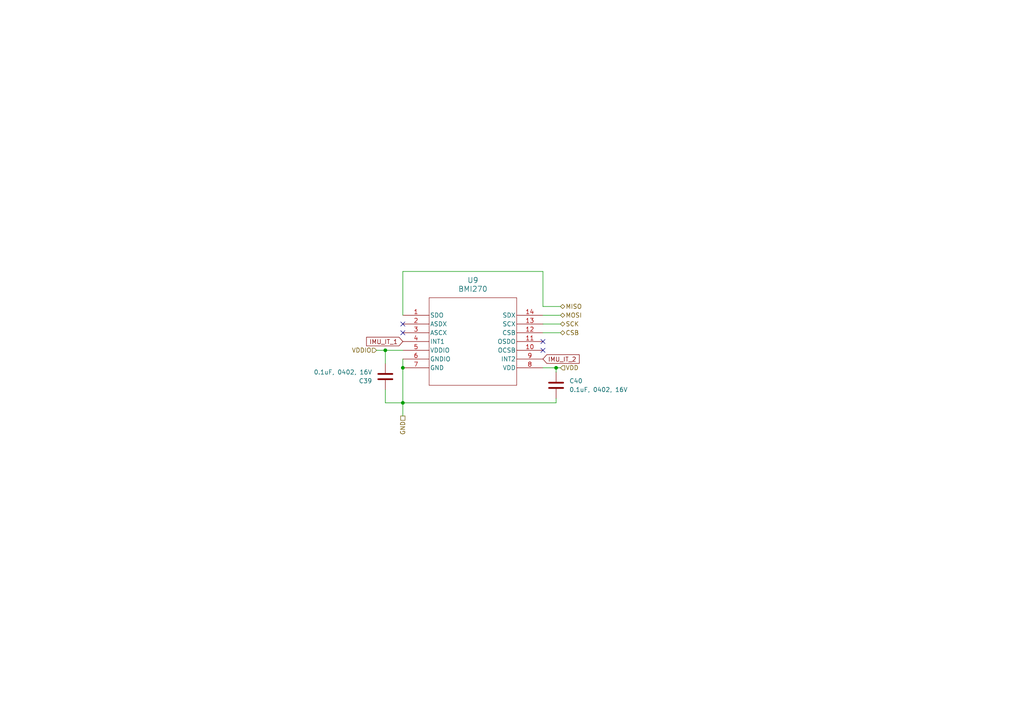
<source format=kicad_sch>
(kicad_sch (version 20250114) (generator "eeschema") (generator_version "9.0")
  (paper "A4")
  (lib_symbols
    (symbol "BMI270:BMI270" (pin_names (offset 0.254))
      (property "Reference" "U" (at 20.32 10.16 0))
      (property "Value" "BMI270" (at 20.32 7.62 0))
      (symbol "BMI270_0_1"
        (polyline (pts (xy 7.62 5.08) (xy 7.62 -20.32)) (stroke (width 0.127)))
        (polyline (pts (xy 7.62 -20.32) (xy 33.02 -20.32)) (stroke (width 0.127)))
        (polyline (pts (xy 33.02 5.08) (xy 7.62 5.08)) (stroke (width 0.127)))
        (polyline (pts (xy 33.02 -20.32) (xy 33.02 5.08)) (stroke (width 0.127)))
        (pin bidirectional line (at 0 0 0) (length 7.62) (name "SDO") (number "1"))
        (pin bidirectional line (at 0 -2.54 0) (length 7.62) (name "ASDX") (number "2"))
        (pin bidirectional line (at 0 -5.08 0) (length 7.62) (name "ASCX") (number "3"))
        (pin bidirectional line (at 0 -7.62 0) (length 7.62) (name "INT1") (number "4"))
        (pin power_in line (at 0 -10.16 0) (length 7.62) (name "VDDIO") (number "5"))
        (pin power_out line (at 0 -12.7 0) (length 7.62) (name "GNDIO") (number "6"))
        (pin power_out line (at 0 -15.24 0) (length 7.62) (name "GND") (number "7"))
        (pin bidirectional line (at 40.64 0 180) (length 7.62) (name "SDX") (number "14"))
        (pin input line (at 40.64 -2.54 180) (length 7.62) (name "SCX") (number "13"))
        (pin input line (at 40.64 -5.08 180) (length 7.62) (name "CSB") (number "12"))
        (pin output line (at 40.64 -7.62 180) (length 7.62) (name "OSDO") (number "11"))
        (pin input line (at 40.64 -10.16 180) (length 7.62) (name "OCSB") (number "10"))
        (pin bidirectional line (at 40.64 -12.7 180) (length 7.62) (name "INT2") (number "9"))
        (pin power_in line (at 40.64 -15.24 180) (length 7.62) (name "VDD") (number "8"))
      )
    )
    (symbol "Device:C" (pin_numbers (hide yes)) (pin_names (offset 0.254))
      (property "Reference" "C" (at 0.635 2.54 0))
      (property "Value" "C" (at 0.635 -2.54 0))
      (symbol "C_0_1"
        (polyline (pts (xy -2.032 0.762) (xy 2.032 0.762)) (stroke (width 0.508)))
        (polyline (pts (xy -2.032 -0.762) (xy 2.032 -0.762)) (stroke (width 0.508)))
      )
      (symbol "C_1_1"
        (pin passive line (at 0 3.81 270) (length 2.794) (name "~") (number "1"))
        (pin passive line (at 0 -3.81 90) (length 2.794) (name "~") (number "2"))
      )
    )
  )
  (junction (at 116.84 106.68))
  (junction (at 116.84 116.84))
  (junction (at 161.29 106.68))
  (junction (at 111.76 101.6))
  (no_connect (at 116.84 93.98))
  (no_connect (at 116.84 96.52))
  (no_connect (at 157.48 99.06))
  (no_connect (at 157.48 101.6))
  (wire (pts (xy 157.48 88.9) (xy 162.56 88.9)))
  (wire (pts (xy 116.84 116.84) (xy 161.29 116.84)))
  (wire (pts (xy 157.48 93.98) (xy 162.56 93.98)))
  (wire (pts (xy 161.29 106.68) (xy 157.48 106.68)))
  (wire (pts (xy 116.84 78.74) (xy 116.84 91.44)))
  (wire (pts (xy 111.76 101.6) (xy 111.76 105.41)))
  (wire (pts (xy 162.56 96.52) (xy 157.48 96.52)))
  (wire (pts (xy 111.76 116.84) (xy 111.76 113.03)))
  (wire (pts (xy 116.84 106.68) (xy 116.84 116.84)))
  (wire (pts (xy 157.48 78.74) (xy 157.48 88.9)))
  (wire (pts (xy 109.22 101.6) (xy 111.76 101.6)))
  (wire (pts (xy 161.29 106.68) (xy 162.56 106.68)))
  (wire (pts (xy 111.76 116.84) (xy 116.84 116.84)))
  (wire (pts (xy 161.29 107.95) (xy 161.29 106.68)))
  (wire (pts (xy 161.29 115.57) (xy 161.29 116.84)))
  (wire (pts (xy 116.84 116.84) (xy 116.84 120.65)))
  (wire (pts (xy 111.76 101.6) (xy 116.84 101.6)))
  (wire (pts (xy 116.84 104.14) (xy 116.84 106.68)))
  (wire (pts (xy 116.84 78.74) (xy 157.48 78.74)))
  (wire (pts (xy 157.48 91.44) (xy 162.56 91.44)))
  (global_label "IMU_IT_1" (shape input) (at 116.84 99.06 180) (property "Intersheetrefs" "${INTERSHEET_REFS}" (effects (hide yes))))
  (global_label "IMU_IT_2" (shape input) (at 157.48 104.14 0) (property "Intersheetrefs" "${INTERSHEET_REFS}" (effects (hide yes))))
  (hierarchical_label "GND" (shape passive) (at 116.84 120.65 270))
  (hierarchical_label "CSB" (shape bidirectional) (at 162.56 96.52 0))
  (hierarchical_label "MOSI" (shape bidirectional) (at 162.56 91.44 0))
  (hierarchical_label "VDD" (shape input) (at 162.56 106.68 0))
  (hierarchical_label "MISO" (shape bidirectional) (at 162.56 88.9 0))
  (hierarchical_label "SCK" (shape bidirectional) (at 162.56 93.98 0))
  (hierarchical_label "VDDIO" (shape input) (at 109.22 101.6 180))
  (symbol (lib_id "BMI270:BMI270") (at 116.84 91.44 0) (unit 1)
    (property "Reference" "U9" (at 137.16 81.28 0) (effects (font (size 1.524 1.524))))
    (property "Value" "BMI270" (at 137.16 83.82 0) (effects (font (size 1.524 1.524))))
    (property "Footprint" "BMI270:BMI270_BOS" (effects (hide yes)))
    (property "Datasheet" "https://www.lcsc.com/datasheet/C2836813.pdf" (effects (hide yes)))
  )
  (symbol (lib_id "Device:C") (at 161.29 111.76 180) (unit 1)
    (property "Reference" "C40" (at 165.1 110.4899 0) (effects (justify right)))
    (property "Value" "0.1uF, 0402, 16V" (at 165.1 113.0299 0) (effects (justify right)))
    (property "Footprint" "Capacitor_SMD:C_0402_1005Metric" (effects (hide yes)))
    (property "Description" "Unpolarized capacitor" (effects (hide yes)))
  )
  (symbol (lib_id "Device:C") (at 111.76 109.22 0) (unit 1)
    (property "Reference" "C39" (at 107.95 110.4901 0) (effects (justify right)))
    (property "Value" "0.1uF, 0402, 16V" (at 107.95 107.9501 0) (effects (justify right)))
    (property "Footprint" "Capacitor_SMD:C_0402_1005Metric" (effects (hide yes)))
    (property "Description" "Unpolarized capacitor" (effects (hide yes)))
  )
)
</source>
